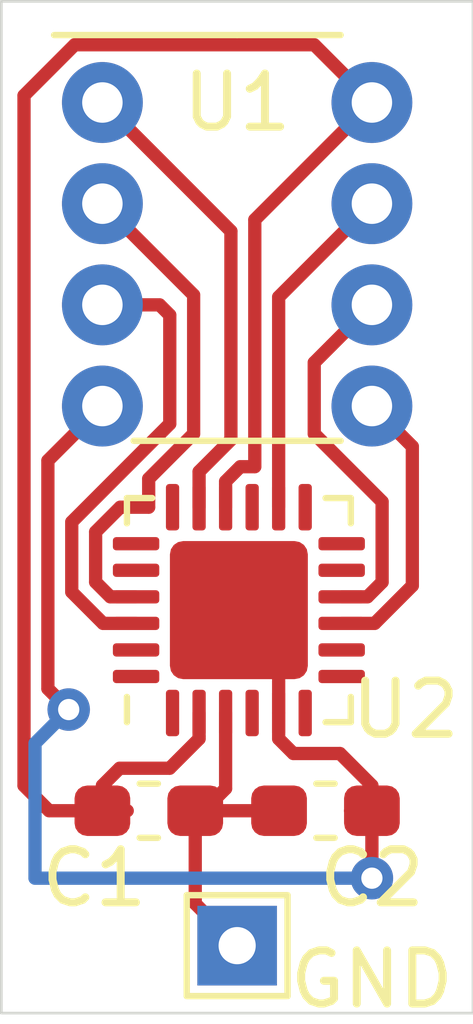
<source format=kicad_pcb>
(kicad_pcb (version 20171130) (host pcbnew "(5.1.5)-3")

  (general
    (thickness 1.6)
    (drawings 4)
    (tracks 78)
    (zones 0)
    (modules 5)
    (nets 24)
  )

  (page A4)
  (layers
    (0 F.Cu signal)
    (31 B.Cu signal)
    (32 B.Adhes user)
    (33 F.Adhes user)
    (34 B.Paste user)
    (35 F.Paste user)
    (36 B.SilkS user)
    (37 F.SilkS user)
    (38 B.Mask user)
    (39 F.Mask user)
    (40 Dwgs.User user)
    (41 Cmts.User user)
    (42 Eco1.User user)
    (43 Eco2.User user)
    (44 Edge.Cuts user)
    (45 Margin user)
    (46 B.CrtYd user)
    (47 F.CrtYd user)
    (48 B.Fab user)
    (49 F.Fab user hide)
  )

  (setup
    (last_trace_width 0.25)
    (trace_clearance 0.2)
    (zone_clearance 0.508)
    (zone_45_only no)
    (trace_min 0.1)
    (via_size 0.8)
    (via_drill 0.4)
    (via_min_size 0.2)
    (via_min_drill 0.3)
    (uvia_size 0.3)
    (uvia_drill 0.1)
    (uvias_allowed no)
    (uvia_min_size 0.2)
    (uvia_min_drill 0.1)
    (edge_width 0.05)
    (segment_width 0.2)
    (pcb_text_width 0.3)
    (pcb_text_size 1.5 1.5)
    (mod_edge_width 0.12)
    (mod_text_size 1 1)
    (mod_text_width 0.15)
    (pad_size 1.524 1.524)
    (pad_drill 0.762)
    (pad_to_mask_clearance 0.051)
    (solder_mask_min_width 0.25)
    (aux_axis_origin 0 0)
    (visible_elements 7FFFFFFF)
    (pcbplotparams
      (layerselection 0x010fc_ffffffff)
      (usegerberextensions false)
      (usegerberattributes false)
      (usegerberadvancedattributes false)
      (creategerberjobfile false)
      (excludeedgelayer true)
      (linewidth 0.100000)
      (plotframeref false)
      (viasonmask false)
      (mode 1)
      (useauxorigin false)
      (hpglpennumber 1)
      (hpglpenspeed 20)
      (hpglpendiameter 15.000000)
      (psnegative false)
      (psa4output false)
      (plotreference true)
      (plotvalue true)
      (plotinvisibletext false)
      (padsonsilk false)
      (subtractmaskfromsilk false)
      (outputformat 1)
      (mirror false)
      (drillshape 1)
      (scaleselection 1)
      (outputdirectory ""))
  )

  (net 0 "")
  (net 1 "Net-(U1-Pad1)")
  (net 2 "Net-(U1-Pad2)")
  (net 3 "Net-(U1-Pad3)")
  (net 4 "Net-(U1-Pad5)")
  (net 5 "Net-(U1-Pad6)")
  (net 6 "Net-(U1-Pad7)")
  (net 7 "Net-(U2-Pad1)")
  (net 8 "Net-(U2-Pad4)")
  (net 9 "Net-(U2-Pad6)")
  (net 10 "Net-(U2-Pad7)")
  (net 11 "Net-(U2-Pad8)")
  (net 12 "Net-(U2-Pad11)")
  (net 13 "Net-(U2-Pad12)")
  (net 14 "Net-(U2-Pad13)")
  (net 15 "Net-(U2-Pad15)")
  (net 16 "Net-(U2-Pad18)")
  (net 17 "Net-(U2-Pad19)")
  (net 18 "Net-(U2-Pad20)")
  (net 19 "Net-(U2-Pad23)")
  (net 20 "Net-(U2-Pad24)")
  (net 21 "Net-(C1-Pad1)")
  (net 22 "Net-(C1-Pad2)")
  (net 23 "Net-(C2-Pad2)")

  (net_class Default "This is the default net class."
    (clearance 0.2)
    (trace_width 0.25)
    (via_dia 0.8)
    (via_drill 0.4)
    (uvia_dia 0.3)
    (uvia_drill 0.1)
    (add_net "Net-(C1-Pad1)")
    (add_net "Net-(C1-Pad2)")
    (add_net "Net-(C2-Pad2)")
    (add_net "Net-(U1-Pad1)")
    (add_net "Net-(U1-Pad2)")
    (add_net "Net-(U1-Pad3)")
    (add_net "Net-(U1-Pad5)")
    (add_net "Net-(U1-Pad6)")
    (add_net "Net-(U1-Pad7)")
    (add_net "Net-(U2-Pad1)")
    (add_net "Net-(U2-Pad11)")
    (add_net "Net-(U2-Pad12)")
    (add_net "Net-(U2-Pad13)")
    (add_net "Net-(U2-Pad15)")
    (add_net "Net-(U2-Pad18)")
    (add_net "Net-(U2-Pad19)")
    (add_net "Net-(U2-Pad20)")
    (add_net "Net-(U2-Pad23)")
    (add_net "Net-(U2-Pad24)")
    (add_net "Net-(U2-Pad4)")
    (add_net "Net-(U2-Pad6)")
    (add_net "Net-(U2-Pad7)")
    (add_net "Net-(U2-Pad8)")
  )

  (module INA1620Adapter:WQFN-24-1EP_4x4mm_P0.5mm_EP2.6x2.6mm (layer F.Cu) (tedit 5E76A169) (tstamp 5E77B7B0)
    (at 134.6525 20.3525 90)
    (descr "WQFN, 24 Pin (http://www.ti.com/lit/ds/symlink/lm26480.pdf#page=39), generated with kicad-footprint-generator ipc_noLead_generator.py")
    (tags "WQFN NoLead")
    (path /5E2EDD88)
    (attr smd)
    (fp_text reference U2 (at -1.8725 3.1425 180) (layer F.SilkS)
      (effects (font (size 1 1) (thickness 0.15)))
    )
    (fp_text value INA1620 (at 0 3.32 90) (layer F.Fab)
      (effects (font (size 1 1) (thickness 0.15)))
    )
    (fp_line (start 1.635 -2.11) (end 2.11 -2.11) (layer F.SilkS) (width 0.12))
    (fp_line (start 2.11 -2.11) (end 2.11 -1.635) (layer F.SilkS) (width 0.12))
    (fp_line (start -1.635 2.11) (end -2.11 2.11) (layer F.SilkS) (width 0.12))
    (fp_line (start -2.11 2.11) (end -2.11 1.635) (layer F.SilkS) (width 0.12))
    (fp_line (start 1.635 2.11) (end 2.11 2.11) (layer F.SilkS) (width 0.12))
    (fp_line (start 2.11 2.11) (end 2.11 1.635) (layer F.SilkS) (width 0.12))
    (fp_line (start -1.635 -2.11) (end -2.11 -2.11) (layer F.SilkS) (width 0.12))
    (fp_line (start -1 -2) (end 2 -2) (layer F.Fab) (width 0.1))
    (fp_line (start 2 -2) (end 2 2) (layer F.Fab) (width 0.1))
    (fp_line (start 2 2) (end -2 2) (layer F.Fab) (width 0.1))
    (fp_line (start -2 2) (end -2 -1) (layer F.Fab) (width 0.1))
    (fp_line (start -2 -1) (end -1 -2) (layer F.Fab) (width 0.1))
    (fp_line (start -2.62 -2.62) (end -2.62 2.62) (layer F.CrtYd) (width 0.05))
    (fp_line (start -2.62 2.62) (end 2.62 2.62) (layer F.CrtYd) (width 0.05))
    (fp_line (start 2.62 2.62) (end 2.62 -2.62) (layer F.CrtYd) (width 0.05))
    (fp_line (start 2.62 -2.62) (end -2.62 -2.62) (layer F.CrtYd) (width 0.05))
    (fp_text user %R (at 0 0 90) (layer F.Fab)
      (effects (font (size 1 1) (thickness 0.15)))
    )
    (pad 25 smd roundrect (at 0 0 90) (size 2.6 2.6) (layers F.Cu F.Mask) (roundrect_rratio 0.096154)
      (net 23 "Net-(C2-Pad2)"))
    (pad "" smd roundrect (at -0.65 -0.65 90) (size 1.05 1.05) (layers F.Paste) (roundrect_rratio 0.238095))
    (pad "" smd roundrect (at -0.65 0.65 90) (size 1.05 1.05) (layers F.Paste) (roundrect_rratio 0.238095))
    (pad "" smd roundrect (at 0.65 -0.65 90) (size 1.05 1.05) (layers F.Paste) (roundrect_rratio 0.238095))
    (pad "" smd roundrect (at 0.65 0.65 90) (size 1.05 1.05) (layers F.Paste) (roundrect_rratio 0.238095))
    (pad 1 smd roundrect (at -1.9375 -1.25 90) (size 0.875 0.25) (layers F.Cu F.Paste F.Mask) (roundrect_rratio 0.25)
      (net 7 "Net-(U2-Pad1)"))
    (pad 2 smd roundrect (at -1.9375 -0.75 90) (size 0.875 0.25) (layers F.Cu F.Paste F.Mask) (roundrect_rratio 0.25)
      (net 21 "Net-(C1-Pad1)"))
    (pad 3 smd roundrect (at -1.9375 -0.25 90) (size 0.875 0.25) (layers F.Cu F.Paste F.Mask) (roundrect_rratio 0.25)
      (net 22 "Net-(C1-Pad2)"))
    (pad 4 smd roundrect (at -1.9375 0.25 90) (size 0.875 0.25) (layers F.Cu F.Paste F.Mask) (roundrect_rratio 0.25)
      (net 8 "Net-(U2-Pad4)"))
    (pad 5 smd roundrect (at -1.9375 0.75 90) (size 0.875 0.25) (layers F.Cu F.Paste F.Mask) (roundrect_rratio 0.25)
      (net 23 "Net-(C2-Pad2)"))
    (pad 6 smd roundrect (at -1.9375 1.25 90) (size 0.875 0.25) (layers F.Cu F.Paste F.Mask) (roundrect_rratio 0.25)
      (net 9 "Net-(U2-Pad6)"))
    (pad 7 smd roundrect (at -1.25 1.9375 90) (size 0.25 0.875) (layers F.Cu F.Paste F.Mask) (roundrect_rratio 0.25)
      (net 10 "Net-(U2-Pad7)"))
    (pad 8 smd roundrect (at -0.75 1.9375 90) (size 0.25 0.875) (layers F.Cu F.Paste F.Mask) (roundrect_rratio 0.25)
      (net 11 "Net-(U2-Pad8)"))
    (pad 9 smd roundrect (at -0.25 1.9375 90) (size 0.25 0.875) (layers F.Cu F.Paste F.Mask) (roundrect_rratio 0.25)
      (net 4 "Net-(U1-Pad5)"))
    (pad 10 smd roundrect (at 0.25 1.9375 90) (size 0.25 0.875) (layers F.Cu F.Paste F.Mask) (roundrect_rratio 0.25)
      (net 5 "Net-(U1-Pad6)"))
    (pad 11 smd roundrect (at 0.75 1.9375 90) (size 0.25 0.875) (layers F.Cu F.Paste F.Mask) (roundrect_rratio 0.25)
      (net 12 "Net-(U2-Pad11)"))
    (pad 12 smd roundrect (at 1.25 1.9375 90) (size 0.25 0.875) (layers F.Cu F.Paste F.Mask) (roundrect_rratio 0.25)
      (net 13 "Net-(U2-Pad12)"))
    (pad 13 smd roundrect (at 1.9375 1.25 90) (size 0.875 0.25) (layers F.Cu F.Paste F.Mask) (roundrect_rratio 0.25)
      (net 14 "Net-(U2-Pad13)"))
    (pad 14 smd roundrect (at 1.9375 0.75 90) (size 0.875 0.25) (layers F.Cu F.Paste F.Mask) (roundrect_rratio 0.25)
      (net 6 "Net-(U1-Pad7)"))
    (pad 15 smd roundrect (at 1.9375 0.25 90) (size 0.875 0.25) (layers F.Cu F.Paste F.Mask) (roundrect_rratio 0.25)
      (net 15 "Net-(U2-Pad15)"))
    (pad 16 smd roundrect (at 1.9375 -0.25 90) (size 0.875 0.25) (layers F.Cu F.Paste F.Mask) (roundrect_rratio 0.25)
      (net 21 "Net-(C1-Pad1)"))
    (pad 17 smd roundrect (at 1.9375 -0.75 90) (size 0.875 0.25) (layers F.Cu F.Paste F.Mask) (roundrect_rratio 0.25)
      (net 1 "Net-(U1-Pad1)"))
    (pad 18 smd roundrect (at 1.9375 -1.25 90) (size 0.875 0.25) (layers F.Cu F.Paste F.Mask) (roundrect_rratio 0.25)
      (net 16 "Net-(U2-Pad18)"))
    (pad 19 smd roundrect (at 1.25 -1.9375 90) (size 0.25 0.875) (layers F.Cu F.Paste F.Mask) (roundrect_rratio 0.25)
      (net 17 "Net-(U2-Pad19)"))
    (pad 20 smd roundrect (at 0.75 -1.9375 90) (size 0.25 0.875) (layers F.Cu F.Paste F.Mask) (roundrect_rratio 0.25)
      (net 18 "Net-(U2-Pad20)"))
    (pad 21 smd roundrect (at 0.25 -1.9375 90) (size 0.25 0.875) (layers F.Cu F.Paste F.Mask) (roundrect_rratio 0.25)
      (net 2 "Net-(U1-Pad2)"))
    (pad 22 smd roundrect (at -0.25 -1.9375 90) (size 0.25 0.875) (layers F.Cu F.Paste F.Mask) (roundrect_rratio 0.25)
      (net 3 "Net-(U1-Pad3)"))
    (pad 23 smd roundrect (at -0.75 -1.9375 90) (size 0.25 0.875) (layers F.Cu F.Paste F.Mask) (roundrect_rratio 0.25)
      (net 19 "Net-(U2-Pad23)"))
    (pad 24 smd roundrect (at -1.25 -1.9375 90) (size 0.25 0.875) (layers F.Cu F.Paste F.Mask) (roundrect_rratio 0.25)
      (net 20 "Net-(U2-Pad24)"))
    (model ${KISYS3DMOD}/Package_DFN_QFN.3dshapes/WQFN-24-1EP_4x4mm_P0.5mm_EP2.6x2.6mm.wrl
      (at (xyz 0 0 0))
      (scale (xyz 1 1 1))
      (rotate (xyz 0 0 0))
    )
  )

  (module INA1620Adapter:OPA1688 (layer F.Cu) (tedit 5E77A09B) (tstamp 5E7831E2)
    (at 134.62 13.97)
    (descr "SOIC, 8 Pin (JEDEC MS-012AA, https://www.analog.com/media/en/package-pcb-resources/package/pkg_pdf/soic_narrow-r/r_8.pdf), generated with kicad-footprint-generator ipc_gullwing_generator.py")
    (tags "SOIC SO")
    (path /5E782D2D)
    (attr smd)
    (fp_text reference U1 (at 0 -3.175) (layer F.SilkS)
      (effects (font (size 1 1) (thickness 0.15)))
    )
    (fp_text value OPA1688_CSTM (at 0 5.08) (layer F.Fab)
      (effects (font (size 1 1) (thickness 0.15)))
    )
    (fp_line (start -1.27 -1.27) (end -1.27 1.905) (layer F.Fab) (width 0.12))
    (fp_line (start 0 -1.905) (end -1.27 -1.27) (layer F.Fab) (width 0.12))
    (fp_line (start 1.27 -1.905) (end 0 -1.905) (layer F.Fab) (width 0.12))
    (fp_line (start 1.27 1.905) (end 1.27 -1.905) (layer F.Fab) (width 0.12))
    (fp_line (start -1.27 1.905) (end 1.27 1.905) (layer F.Fab) (width 0.12))
    (fp_line (start 3.81 -5.08) (end -3.81 -5.08) (layer F.CrtYd) (width 0.05))
    (fp_line (start 3.81 3.81) (end 3.81 -5.08) (layer F.CrtYd) (width 0.05))
    (fp_line (start -3.81 3.81) (end 3.81 3.81) (layer F.CrtYd) (width 0.05))
    (fp_line (start -3.81 -5.08) (end -3.81 3.81) (layer F.CrtYd) (width 0.05))
    (fp_text user %R (at 0 -3.175) (layer F.Fab)
      (effects (font (size 0.75 0.75) (thickness 0.15)))
    )
    (fp_line (start 0 -4.445) (end -3.45 -4.445) (layer F.SilkS) (width 0.12))
    (fp_line (start 0 -4.445) (end 1.95 -4.445) (layer F.SilkS) (width 0.12))
    (fp_line (start 0 3.195) (end -1.95 3.195) (layer F.SilkS) (width 0.12))
    (fp_line (start 0 3.195) (end 1.95 3.195) (layer F.SilkS) (width 0.12))
    (pad 5 thru_hole circle (at 2.54 2.54) (size 1.524 1.524) (drill 0.762) (layers *.Cu *.Mask)
      (net 4 "Net-(U1-Pad5)"))
    (pad 6 thru_hole circle (at 2.54 0.635) (size 1.524 1.524) (drill 0.762) (layers *.Cu *.Mask)
      (net 5 "Net-(U1-Pad6)"))
    (pad 7 thru_hole circle (at 2.54 -1.27) (size 1.524 1.524) (drill 0.762) (layers *.Cu *.Mask)
      (net 6 "Net-(U1-Pad7)"))
    (pad 8 thru_hole circle (at 2.54 -3.175) (size 1.524 1.524) (drill 0.762) (layers *.Cu *.Mask)
      (net 21 "Net-(C1-Pad1)"))
    (pad 4 thru_hole circle (at -2.54 2.54) (size 1.524 1.524) (drill 0.762) (layers *.Cu *.Mask)
      (net 23 "Net-(C2-Pad2)"))
    (pad 3 thru_hole circle (at -2.54 0.635) (size 1.524 1.524) (drill 0.762) (layers *.Cu *.Mask)
      (net 3 "Net-(U1-Pad3)"))
    (pad 2 thru_hole circle (at -2.54 -1.27) (size 1.524 1.524) (drill 0.762) (layers *.Cu *.Mask)
      (net 2 "Net-(U1-Pad2)"))
    (pad 1 thru_hole circle (at -2.54 -3.175) (size 1.524 1.524) (drill 0.762) (layers *.Cu *.Mask)
      (net 1 "Net-(U1-Pad1)"))
  )

  (module Capacitor_SMD:C_0603_1608Metric_Pad1.05x0.95mm_HandSolder (layer F.Cu) (tedit 5B301BBE) (tstamp 5E77C2DD)
    (at 132.955 24.13)
    (descr "Capacitor SMD 0603 (1608 Metric), square (rectangular) end terminal, IPC_7351 nominal with elongated pad for handsoldering. (Body size source: http://www.tortai-tech.com/upload/download/2011102023233369053.pdf), generated with kicad-footprint-generator")
    (tags "capacitor handsolder")
    (path /5E77E873)
    (attr smd)
    (fp_text reference C1 (at -1.03 1.27) (layer F.SilkS)
      (effects (font (size 1 1) (thickness 0.15)))
    )
    (fp_text value 0.1uF (at -1.665 1.43) (layer F.Fab)
      (effects (font (size 1 1) (thickness 0.15)))
    )
    (fp_line (start -0.8 0.4) (end -0.8 -0.4) (layer F.Fab) (width 0.1))
    (fp_line (start -0.8 -0.4) (end 0.8 -0.4) (layer F.Fab) (width 0.1))
    (fp_line (start 0.8 -0.4) (end 0.8 0.4) (layer F.Fab) (width 0.1))
    (fp_line (start 0.8 0.4) (end -0.8 0.4) (layer F.Fab) (width 0.1))
    (fp_line (start -0.171267 -0.51) (end 0.171267 -0.51) (layer F.SilkS) (width 0.12))
    (fp_line (start -0.171267 0.51) (end 0.171267 0.51) (layer F.SilkS) (width 0.12))
    (fp_line (start -1.65 0.73) (end -1.65 -0.73) (layer F.CrtYd) (width 0.05))
    (fp_line (start -1.65 -0.73) (end 1.65 -0.73) (layer F.CrtYd) (width 0.05))
    (fp_line (start 1.65 -0.73) (end 1.65 0.73) (layer F.CrtYd) (width 0.05))
    (fp_line (start 1.65 0.73) (end -1.65 0.73) (layer F.CrtYd) (width 0.05))
    (fp_text user %R (at 0 0) (layer F.Fab)
      (effects (font (size 0.4 0.4) (thickness 0.06)))
    )
    (pad 1 smd roundrect (at -0.875 0) (size 1.05 0.95) (layers F.Cu F.Paste F.Mask) (roundrect_rratio 0.25)
      (net 21 "Net-(C1-Pad1)"))
    (pad 2 smd roundrect (at 0.875 0) (size 1.05 0.95) (layers F.Cu F.Paste F.Mask) (roundrect_rratio 0.25)
      (net 22 "Net-(C1-Pad2)"))
    (model ${KISYS3DMOD}/Capacitor_SMD.3dshapes/C_0603_1608Metric.wrl
      (at (xyz 0 0 0))
      (scale (xyz 1 1 1))
      (rotate (xyz 0 0 0))
    )
  )

  (module Capacitor_SMD:C_0603_1608Metric_Pad1.05x0.95mm_HandSolder (layer F.Cu) (tedit 5B301BBE) (tstamp 5E783439)
    (at 136.285 24.13)
    (descr "Capacitor SMD 0603 (1608 Metric), square (rectangular) end terminal, IPC_7351 nominal with elongated pad for handsoldering. (Body size source: http://www.tortai-tech.com/upload/download/2011102023233369053.pdf), generated with kicad-footprint-generator")
    (tags "capacitor handsolder")
    (path /5E77FBA6)
    (attr smd)
    (fp_text reference C2 (at 0.875 1.27) (layer F.SilkS)
      (effects (font (size 1 1) (thickness 0.15)))
    )
    (fp_text value 0.1uF (at 1.51 1.43) (layer F.Fab)
      (effects (font (size 1 1) (thickness 0.15)))
    )
    (fp_text user %R (at 0 0) (layer F.Fab)
      (effects (font (size 0.4 0.4) (thickness 0.06)))
    )
    (fp_line (start 1.65 0.73) (end -1.65 0.73) (layer F.CrtYd) (width 0.05))
    (fp_line (start 1.65 -0.73) (end 1.65 0.73) (layer F.CrtYd) (width 0.05))
    (fp_line (start -1.65 -0.73) (end 1.65 -0.73) (layer F.CrtYd) (width 0.05))
    (fp_line (start -1.65 0.73) (end -1.65 -0.73) (layer F.CrtYd) (width 0.05))
    (fp_line (start -0.171267 0.51) (end 0.171267 0.51) (layer F.SilkS) (width 0.12))
    (fp_line (start -0.171267 -0.51) (end 0.171267 -0.51) (layer F.SilkS) (width 0.12))
    (fp_line (start 0.8 0.4) (end -0.8 0.4) (layer F.Fab) (width 0.1))
    (fp_line (start 0.8 -0.4) (end 0.8 0.4) (layer F.Fab) (width 0.1))
    (fp_line (start -0.8 -0.4) (end 0.8 -0.4) (layer F.Fab) (width 0.1))
    (fp_line (start -0.8 0.4) (end -0.8 -0.4) (layer F.Fab) (width 0.1))
    (pad 2 smd roundrect (at 0.875 0) (size 1.05 0.95) (layers F.Cu F.Paste F.Mask) (roundrect_rratio 0.25)
      (net 23 "Net-(C2-Pad2)"))
    (pad 1 smd roundrect (at -0.875 0) (size 1.05 0.95) (layers F.Cu F.Paste F.Mask) (roundrect_rratio 0.25)
      (net 22 "Net-(C1-Pad2)"))
    (model ${KISYS3DMOD}/Capacitor_SMD.3dshapes/C_0603_1608Metric.wrl
      (at (xyz 0 0 0))
      (scale (xyz 1 1 1))
      (rotate (xyz 0 0 0))
    )
  )

  (module TestPoint:TestPoint_THTPad_1.5x1.5mm_Drill0.7mm (layer F.Cu) (tedit 5A0F774F) (tstamp 5E782872)
    (at 134.62 26.67)
    (descr "THT rectangular pad as test Point, square 1.5mm side length, hole diameter 0.7mm")
    (tags "test point THT pad rectangle square")
    (path /5E769C32)
    (attr virtual)
    (fp_text reference GND (at 2.54 0.635) (layer F.SilkS)
      (effects (font (size 1 1) (thickness 0.15)))
    )
    (fp_text value TestPoint (at 0 1.75) (layer F.Fab) hide
      (effects (font (size 1 1) (thickness 0.15)))
    )
    (fp_text user %R (at 0 -1.65) (layer F.Fab)
      (effects (font (size 1 1) (thickness 0.15)))
    )
    (fp_line (start -0.95 -0.95) (end 0.95 -0.95) (layer F.SilkS) (width 0.12))
    (fp_line (start 0.95 -0.95) (end 0.95 0.95) (layer F.SilkS) (width 0.12))
    (fp_line (start 0.95 0.95) (end -0.95 0.95) (layer F.SilkS) (width 0.12))
    (fp_line (start -0.95 0.95) (end -0.95 -0.95) (layer F.SilkS) (width 0.12))
    (fp_line (start -1.25 -1.25) (end 1.25 -1.25) (layer F.CrtYd) (width 0.05))
    (fp_line (start -1.25 -1.25) (end -1.25 1.25) (layer F.CrtYd) (width 0.05))
    (fp_line (start 1.25 1.25) (end 1.25 -1.25) (layer F.CrtYd) (width 0.05))
    (fp_line (start 1.25 1.25) (end -1.25 1.25) (layer F.CrtYd) (width 0.05))
    (pad 1 thru_hole rect (at 0 0) (size 1.5 1.5) (drill 0.7) (layers *.Cu *.Mask)
      (net 22 "Net-(C1-Pad2)"))
  )

  (gr_line (start 139.065 27.94) (end 130.175 27.94) (layer Edge.Cuts) (width 0.05) (tstamp 5E783987))
  (gr_line (start 139.065 8.89) (end 139.065 27.94) (layer Edge.Cuts) (width 0.05))
  (gr_line (start 130.175 8.89) (end 139.065 8.89) (layer Edge.Cuts) (width 0.05))
  (gr_line (start 130.175 8.89) (end 130.175 27.94) (layer Edge.Cuts) (width 0.05))

  (segment (start 132.08 10.795) (end 134.50248 13.21748) (width 0.25) (layer F.Cu) (net 1))
  (segment (start 134.50248 13.21748) (end 134.50248 17.145) (width 0.25) (layer F.Cu) (net 1))
  (segment (start 133.9025 17.74498) (end 133.9025 18.415) (width 0.25) (layer F.Cu) (net 1))
  (segment (start 134.50248 17.145) (end 133.9025 17.74498) (width 0.25) (layer F.Cu) (net 1))
  (segment (start 132.841999 13.461999) (end 132.08 12.7) (width 0.25) (layer F.Cu) (net 2))
  (segment (start 132.95249 18.415) (end 132.95249 17.879488) (width 0.25) (layer F.Cu) (net 2))
  (segment (start 132.715 20.1025) (end 132.229478 20.1025) (width 0.25) (layer F.Cu) (net 2))
  (segment (start 133.80001 17.031968) (end 133.80001 14.42001) (width 0.25) (layer F.Cu) (net 2))
  (segment (start 132.229478 20.1025) (end 131.95249 19.825512) (width 0.25) (layer F.Cu) (net 2))
  (segment (start 132.95249 17.879488) (end 133.80001 17.031968) (width 0.25) (layer F.Cu) (net 2))
  (segment (start 132.416978 18.415) (end 132.95249 18.415) (width 0.25) (layer F.Cu) (net 2))
  (segment (start 131.95249 19.825512) (end 131.95249 18.879488) (width 0.25) (layer F.Cu) (net 2))
  (segment (start 133.80001 14.42001) (end 132.841999 13.461999) (width 0.25) (layer F.Cu) (net 2))
  (segment (start 131.95249 18.879488) (end 132.416978 18.415) (width 0.25) (layer F.Cu) (net 2))
  (segment (start 133.15763 14.605) (end 132.08 14.605) (width 0.25) (layer F.Cu) (net 3))
  (segment (start 131.50248 20.011912) (end 131.502481 18.693087) (width 0.25) (layer F.Cu) (net 3))
  (segment (start 133.35 14.79737) (end 133.15763 14.605) (width 0.25) (layer F.Cu) (net 3))
  (segment (start 132.093068 20.6025) (end 131.50248 20.011912) (width 0.25) (layer F.Cu) (net 3))
  (segment (start 133.35 16.845568) (end 133.35 14.79737) (width 0.25) (layer F.Cu) (net 3))
  (segment (start 132.715 20.6025) (end 132.093068 20.6025) (width 0.25) (layer F.Cu) (net 3))
  (segment (start 131.502481 18.693087) (end 133.35 16.845568) (width 0.25) (layer F.Cu) (net 3))
  (segment (start 137.921999 19.892433) (end 137.921999 17.271999) (width 0.25) (layer F.Cu) (net 4))
  (segment (start 136.59 20.6025) (end 137.211932 20.6025) (width 0.25) (layer F.Cu) (net 4))
  (segment (start 137.921999 17.271999) (end 137.16 16.51) (width 0.25) (layer F.Cu) (net 4))
  (segment (start 137.211932 20.6025) (end 137.921999 19.892433) (width 0.25) (layer F.Cu) (net 4))
  (segment (start 136.398001 15.366999) (end 137.16 14.605) (width 0.25) (layer F.Cu) (net 5))
  (segment (start 136.072999 17.031761) (end 136.072999 15.692001) (width 0.25) (layer F.Cu) (net 5))
  (segment (start 137.35251 18.311272) (end 136.072999 17.031761) (width 0.25) (layer F.Cu) (net 5))
  (segment (start 137.075522 20.1025) (end 137.35251 19.825512) (width 0.25) (layer F.Cu) (net 5))
  (segment (start 136.072999 15.692001) (end 136.398001 15.366999) (width 0.25) (layer F.Cu) (net 5))
  (segment (start 137.35251 19.825512) (end 137.35251 18.311272) (width 0.25) (layer F.Cu) (net 5))
  (segment (start 136.59 20.1025) (end 137.075522 20.1025) (width 0.25) (layer F.Cu) (net 5))
  (segment (start 135.4025 14.4575) (end 137.16 12.7) (width 0.25) (layer F.Cu) (net 6))
  (segment (start 135.4025 18.415) (end 135.4025 14.4575) (width 0.25) (layer F.Cu) (net 6))
  (segment (start 132.515522 24.13) (end 132.235 24.13) (width 0.25) (layer F.Cu) (net 21))
  (segment (start 136.072999 9.707999) (end 131.558239 9.707999) (width 0.25) (layer F.Cu) (net 21))
  (segment (start 137.16 10.795) (end 136.072999 9.707999) (width 0.25) (layer F.Cu) (net 21))
  (segment (start 132.548022 24.13) (end 132.235 24.13) (width 0.25) (layer F.Cu) (net 21))
  (segment (start 134.4025 17.9775) (end 134.4025 18.415) (width 0.25) (layer F.Cu) (net 21))
  (segment (start 134.95249 17.65249) (end 134.679488 17.65249) (width 0.25) (layer F.Cu) (net 21))
  (segment (start 137.16 10.795) (end 134.95249 13.00251) (width 0.25) (layer F.Cu) (net 21))
  (segment (start 134.4025 17.929478) (end 134.4025 17.9775) (width 0.25) (layer F.Cu) (net 21))
  (segment (start 134.95249 13.00251) (end 134.95249 17.65249) (width 0.25) (layer F.Cu) (net 21))
  (segment (start 134.679488 17.65249) (end 134.4025 17.929478) (width 0.25) (layer F.Cu) (net 21))
  (segment (start 130.602462 10.663776) (end 131.558239 9.707999) (width 0.25) (layer F.Cu) (net 21))
  (segment (start 130.602462 23.657462) (end 130.602462 10.663776) (width 0.25) (layer F.Cu) (net 21))
  (segment (start 131.075 24.13) (end 130.602462 23.657462) (width 0.25) (layer F.Cu) (net 21))
  (segment (start 133.9025 22.7275) (end 133.9025 22.29) (width 0.25) (layer F.Cu) (net 21))
  (segment (start 133.9025 22.775522) (end 133.9025 22.7275) (width 0.25) (layer F.Cu) (net 21))
  (segment (start 133.348032 23.32999) (end 133.9025 22.775522) (width 0.25) (layer F.Cu) (net 21))
  (segment (start 132.40501 23.32999) (end 133.348032 23.32999) (width 0.25) (layer F.Cu) (net 21))
  (segment (start 132.08 23.655) (end 132.40501 23.32999) (width 0.25) (layer F.Cu) (net 21))
  (segment (start 132.08 24.13) (end 132.08 23.655) (width 0.25) (layer F.Cu) (net 21))
  (segment (start 131.075 24.13) (end 132.08 24.13) (width 0.25) (layer F.Cu) (net 21))
  (segment (start 134.4025 23.7125) (end 133.985 24.13) (width 0.25) (layer F.Cu) (net 22))
  (segment (start 133.985 26.035) (end 134.62 26.67) (width 0.25) (layer F.Cu) (net 22))
  (segment (start 134.4025 22.29) (end 134.4025 23.7125) (width 0.25) (layer F.Cu) (net 22))
  (segment (start 133.83 24.13) (end 135.41 24.13) (width 0.25) (layer F.Cu) (net 22))
  (segment (start 133.83 25.88) (end 134.62 26.67) (width 0.25) (layer F.Cu) (net 22))
  (segment (start 133.83 24.13) (end 133.83 25.88) (width 0.25) (layer F.Cu) (net 22))
  (segment (start 136.789478 24.13) (end 137.16 24.13) (width 0.25) (layer F.Cu) (net 23))
  (segment (start 136.756978 24.13) (end 137.16 24.13) (width 0.25) (layer F.Cu) (net 23))
  (segment (start 135.4025 22.29) (end 135.4025 22.775522) (width 0.25) (layer F.Cu) (net 23))
  (segment (start 135.4025 21.1025) (end 134.6525 20.3525) (width 0.25) (layer F.Cu) (net 23))
  (segment (start 135.4025 22.29) (end 135.4025 21.1025) (width 0.25) (layer F.Cu) (net 23))
  (segment (start 131.052472 21.832472) (end 131.445 22.225) (width 0.25) (layer F.Cu) (net 23))
  (segment (start 132.08 16.51) (end 131.052472 17.537528) (width 0.25) (layer F.Cu) (net 23))
  (via (at 131.445 22.225) (size 0.8) (drill 0.4) (layers F.Cu B.Cu) (net 23))
  (segment (start 131.052472 17.537528) (end 131.052472 21.832472) (width 0.25) (layer F.Cu) (net 23))
  (segment (start 131.445 22.225) (end 130.81 22.86) (width 0.25) (layer B.Cu) (net 23))
  (segment (start 130.81 22.86) (end 130.81 25.4) (width 0.25) (layer B.Cu) (net 23))
  (via (at 137.16 25.4) (size 0.8) (drill 0.4) (layers F.Cu B.Cu) (net 23))
  (segment (start 130.81 25.4) (end 137.16 25.4) (width 0.25) (layer B.Cu) (net 23))
  (segment (start 135.679488 23.05251) (end 135.4025 22.775522) (width 0.25) (layer F.Cu) (net 23))
  (segment (start 136.55751 23.05251) (end 135.679488 23.05251) (width 0.25) (layer F.Cu) (net 23))
  (segment (start 137.16 23.655) (end 136.55751 23.05251) (width 0.25) (layer F.Cu) (net 23))
  (segment (start 137.16 24.13) (end 137.16 23.655) (width 0.25) (layer F.Cu) (net 23))
  (segment (start 137.16 24.13) (end 137.16 25.4) (width 0.25) (layer F.Cu) (net 23))

)

</source>
